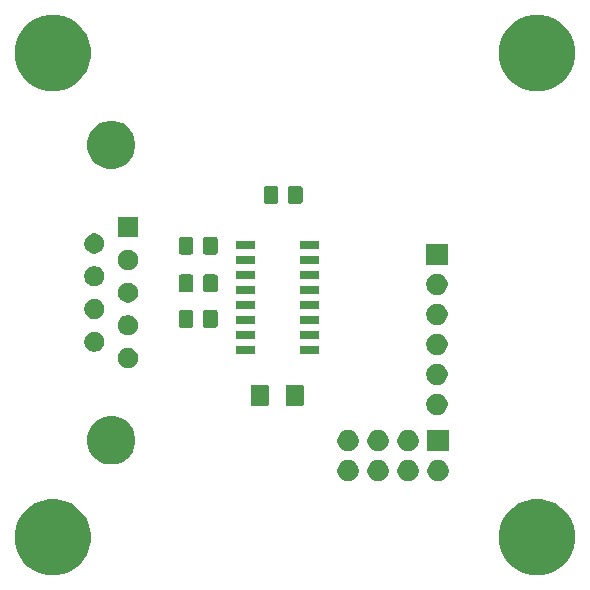
<source format=gbr>
G04 #@! TF.GenerationSoftware,KiCad,Pcbnew,(5.1.5)-3*
G04 #@! TF.CreationDate,2020-04-19T11:52:18-04:00*
G04 #@! TF.ProjectId,RS232_TTL_Male,52533233-325f-4545-944c-5f4d616c652e,1*
G04 #@! TF.SameCoordinates,Original*
G04 #@! TF.FileFunction,Soldermask,Top*
G04 #@! TF.FilePolarity,Negative*
%FSLAX46Y46*%
G04 Gerber Fmt 4.6, Leading zero omitted, Abs format (unit mm)*
G04 Created by KiCad (PCBNEW (5.1.5)-3) date 2020-04-19 11:52:18*
%MOMM*%
%LPD*%
G04 APERTURE LIST*
%ADD10C,0.100000*%
G04 APERTURE END LIST*
D10*
G36*
X191940988Y-104897973D02*
G01*
X192528082Y-105141155D01*
X192528084Y-105141156D01*
X193056455Y-105494202D01*
X193505798Y-105943545D01*
X193858844Y-106471916D01*
X193858845Y-106471918D01*
X194102027Y-107059012D01*
X194226000Y-107682265D01*
X194226000Y-108317735D01*
X194102027Y-108940988D01*
X193858845Y-109528082D01*
X193858844Y-109528084D01*
X193505798Y-110056455D01*
X193056455Y-110505798D01*
X192528084Y-110858844D01*
X192528083Y-110858845D01*
X192528082Y-110858845D01*
X191940988Y-111102027D01*
X191317735Y-111226000D01*
X190682265Y-111226000D01*
X190059012Y-111102027D01*
X189471918Y-110858845D01*
X189471917Y-110858845D01*
X189471916Y-110858844D01*
X188943545Y-110505798D01*
X188494202Y-110056455D01*
X188141156Y-109528084D01*
X188141155Y-109528082D01*
X187897973Y-108940988D01*
X187774000Y-108317735D01*
X187774000Y-107682265D01*
X187897973Y-107059012D01*
X188141155Y-106471918D01*
X188141156Y-106471916D01*
X188494202Y-105943545D01*
X188943545Y-105494202D01*
X189471916Y-105141156D01*
X189471918Y-105141155D01*
X190059012Y-104897973D01*
X190682265Y-104774000D01*
X191317735Y-104774000D01*
X191940988Y-104897973D01*
G37*
G36*
X150940988Y-104897973D02*
G01*
X151528082Y-105141155D01*
X151528084Y-105141156D01*
X152056455Y-105494202D01*
X152505798Y-105943545D01*
X152858844Y-106471916D01*
X152858845Y-106471918D01*
X153102027Y-107059012D01*
X153226000Y-107682265D01*
X153226000Y-108317735D01*
X153102027Y-108940988D01*
X152858845Y-109528082D01*
X152858844Y-109528084D01*
X152505798Y-110056455D01*
X152056455Y-110505798D01*
X151528084Y-110858844D01*
X151528083Y-110858845D01*
X151528082Y-110858845D01*
X150940988Y-111102027D01*
X150317735Y-111226000D01*
X149682265Y-111226000D01*
X149059012Y-111102027D01*
X148471918Y-110858845D01*
X148471917Y-110858845D01*
X148471916Y-110858844D01*
X147943545Y-110505798D01*
X147494202Y-110056455D01*
X147141156Y-109528084D01*
X147141155Y-109528082D01*
X146897973Y-108940988D01*
X146774000Y-108317735D01*
X146774000Y-107682265D01*
X146897973Y-107059012D01*
X147141155Y-106471918D01*
X147141156Y-106471916D01*
X147494202Y-105943545D01*
X147943545Y-105494202D01*
X148471916Y-105141156D01*
X148471918Y-105141155D01*
X149059012Y-104897973D01*
X149682265Y-104774000D01*
X150317735Y-104774000D01*
X150940988Y-104897973D01*
G37*
G36*
X177659512Y-101465927D02*
G01*
X177808812Y-101495624D01*
X177972784Y-101563544D01*
X178120354Y-101662147D01*
X178245853Y-101787646D01*
X178344456Y-101935216D01*
X178412376Y-102099188D01*
X178447000Y-102273259D01*
X178447000Y-102450741D01*
X178412376Y-102624812D01*
X178344456Y-102788784D01*
X178245853Y-102936354D01*
X178120354Y-103061853D01*
X177972784Y-103160456D01*
X177808812Y-103228376D01*
X177659512Y-103258073D01*
X177634742Y-103263000D01*
X177457258Y-103263000D01*
X177432488Y-103258073D01*
X177283188Y-103228376D01*
X177119216Y-103160456D01*
X176971646Y-103061853D01*
X176846147Y-102936354D01*
X176747544Y-102788784D01*
X176679624Y-102624812D01*
X176645000Y-102450741D01*
X176645000Y-102273259D01*
X176679624Y-102099188D01*
X176747544Y-101935216D01*
X176846147Y-101787646D01*
X176971646Y-101662147D01*
X177119216Y-101563544D01*
X177283188Y-101495624D01*
X177432488Y-101465927D01*
X177457258Y-101461000D01*
X177634742Y-101461000D01*
X177659512Y-101465927D01*
G37*
G36*
X180199512Y-101465927D02*
G01*
X180348812Y-101495624D01*
X180512784Y-101563544D01*
X180660354Y-101662147D01*
X180785853Y-101787646D01*
X180884456Y-101935216D01*
X180952376Y-102099188D01*
X180987000Y-102273259D01*
X180987000Y-102450741D01*
X180952376Y-102624812D01*
X180884456Y-102788784D01*
X180785853Y-102936354D01*
X180660354Y-103061853D01*
X180512784Y-103160456D01*
X180348812Y-103228376D01*
X180199512Y-103258073D01*
X180174742Y-103263000D01*
X179997258Y-103263000D01*
X179972488Y-103258073D01*
X179823188Y-103228376D01*
X179659216Y-103160456D01*
X179511646Y-103061853D01*
X179386147Y-102936354D01*
X179287544Y-102788784D01*
X179219624Y-102624812D01*
X179185000Y-102450741D01*
X179185000Y-102273259D01*
X179219624Y-102099188D01*
X179287544Y-101935216D01*
X179386147Y-101787646D01*
X179511646Y-101662147D01*
X179659216Y-101563544D01*
X179823188Y-101495624D01*
X179972488Y-101465927D01*
X179997258Y-101461000D01*
X180174742Y-101461000D01*
X180199512Y-101465927D01*
G37*
G36*
X182739512Y-101465927D02*
G01*
X182888812Y-101495624D01*
X183052784Y-101563544D01*
X183200354Y-101662147D01*
X183325853Y-101787646D01*
X183424456Y-101935216D01*
X183492376Y-102099188D01*
X183527000Y-102273259D01*
X183527000Y-102450741D01*
X183492376Y-102624812D01*
X183424456Y-102788784D01*
X183325853Y-102936354D01*
X183200354Y-103061853D01*
X183052784Y-103160456D01*
X182888812Y-103228376D01*
X182739512Y-103258073D01*
X182714742Y-103263000D01*
X182537258Y-103263000D01*
X182512488Y-103258073D01*
X182363188Y-103228376D01*
X182199216Y-103160456D01*
X182051646Y-103061853D01*
X181926147Y-102936354D01*
X181827544Y-102788784D01*
X181759624Y-102624812D01*
X181725000Y-102450741D01*
X181725000Y-102273259D01*
X181759624Y-102099188D01*
X181827544Y-101935216D01*
X181926147Y-101787646D01*
X182051646Y-101662147D01*
X182199216Y-101563544D01*
X182363188Y-101495624D01*
X182512488Y-101465927D01*
X182537258Y-101461000D01*
X182714742Y-101461000D01*
X182739512Y-101465927D01*
G37*
G36*
X175119512Y-101465927D02*
G01*
X175268812Y-101495624D01*
X175432784Y-101563544D01*
X175580354Y-101662147D01*
X175705853Y-101787646D01*
X175804456Y-101935216D01*
X175872376Y-102099188D01*
X175907000Y-102273259D01*
X175907000Y-102450741D01*
X175872376Y-102624812D01*
X175804456Y-102788784D01*
X175705853Y-102936354D01*
X175580354Y-103061853D01*
X175432784Y-103160456D01*
X175268812Y-103228376D01*
X175119512Y-103258073D01*
X175094742Y-103263000D01*
X174917258Y-103263000D01*
X174892488Y-103258073D01*
X174743188Y-103228376D01*
X174579216Y-103160456D01*
X174431646Y-103061853D01*
X174306147Y-102936354D01*
X174207544Y-102788784D01*
X174139624Y-102624812D01*
X174105000Y-102450741D01*
X174105000Y-102273259D01*
X174139624Y-102099188D01*
X174207544Y-101935216D01*
X174306147Y-101787646D01*
X174431646Y-101662147D01*
X174579216Y-101563544D01*
X174743188Y-101495624D01*
X174892488Y-101465927D01*
X174917258Y-101461000D01*
X175094742Y-101461000D01*
X175119512Y-101465927D01*
G37*
G36*
X155541454Y-97812518D02*
G01*
X155914711Y-97967126D01*
X155914713Y-97967127D01*
X156250636Y-98191584D01*
X156536316Y-98477264D01*
X156760774Y-98813189D01*
X156915382Y-99186446D01*
X156994200Y-99582693D01*
X156994200Y-99986707D01*
X156915382Y-100382954D01*
X156788872Y-100688376D01*
X156760773Y-100756213D01*
X156536316Y-101092136D01*
X156250636Y-101377816D01*
X155914713Y-101602273D01*
X155914712Y-101602274D01*
X155914711Y-101602274D01*
X155541454Y-101756882D01*
X155145207Y-101835700D01*
X154741193Y-101835700D01*
X154344946Y-101756882D01*
X153971689Y-101602274D01*
X153971688Y-101602274D01*
X153971687Y-101602273D01*
X153635764Y-101377816D01*
X153350084Y-101092136D01*
X153125627Y-100756213D01*
X153097528Y-100688376D01*
X152971018Y-100382954D01*
X152892200Y-99986707D01*
X152892200Y-99582693D01*
X152971018Y-99186446D01*
X153125626Y-98813189D01*
X153350084Y-98477264D01*
X153635764Y-98191584D01*
X153971687Y-97967127D01*
X153971689Y-97967126D01*
X154344946Y-97812518D01*
X154741193Y-97733700D01*
X155145207Y-97733700D01*
X155541454Y-97812518D01*
G37*
G36*
X177659512Y-98925927D02*
G01*
X177808812Y-98955624D01*
X177972784Y-99023544D01*
X178120354Y-99122147D01*
X178245853Y-99247646D01*
X178344456Y-99395216D01*
X178412376Y-99559188D01*
X178447000Y-99733259D01*
X178447000Y-99910741D01*
X178412376Y-100084812D01*
X178344456Y-100248784D01*
X178245853Y-100396354D01*
X178120354Y-100521853D01*
X177972784Y-100620456D01*
X177808812Y-100688376D01*
X177659512Y-100718073D01*
X177634742Y-100723000D01*
X177457258Y-100723000D01*
X177432488Y-100718073D01*
X177283188Y-100688376D01*
X177119216Y-100620456D01*
X176971646Y-100521853D01*
X176846147Y-100396354D01*
X176747544Y-100248784D01*
X176679624Y-100084812D01*
X176645000Y-99910741D01*
X176645000Y-99733259D01*
X176679624Y-99559188D01*
X176747544Y-99395216D01*
X176846147Y-99247646D01*
X176971646Y-99122147D01*
X177119216Y-99023544D01*
X177283188Y-98955624D01*
X177432488Y-98925927D01*
X177457258Y-98921000D01*
X177634742Y-98921000D01*
X177659512Y-98925927D01*
G37*
G36*
X175119512Y-98925927D02*
G01*
X175268812Y-98955624D01*
X175432784Y-99023544D01*
X175580354Y-99122147D01*
X175705853Y-99247646D01*
X175804456Y-99395216D01*
X175872376Y-99559188D01*
X175907000Y-99733259D01*
X175907000Y-99910741D01*
X175872376Y-100084812D01*
X175804456Y-100248784D01*
X175705853Y-100396354D01*
X175580354Y-100521853D01*
X175432784Y-100620456D01*
X175268812Y-100688376D01*
X175119512Y-100718073D01*
X175094742Y-100723000D01*
X174917258Y-100723000D01*
X174892488Y-100718073D01*
X174743188Y-100688376D01*
X174579216Y-100620456D01*
X174431646Y-100521853D01*
X174306147Y-100396354D01*
X174207544Y-100248784D01*
X174139624Y-100084812D01*
X174105000Y-99910741D01*
X174105000Y-99733259D01*
X174139624Y-99559188D01*
X174207544Y-99395216D01*
X174306147Y-99247646D01*
X174431646Y-99122147D01*
X174579216Y-99023544D01*
X174743188Y-98955624D01*
X174892488Y-98925927D01*
X174917258Y-98921000D01*
X175094742Y-98921000D01*
X175119512Y-98925927D01*
G37*
G36*
X180199512Y-98925927D02*
G01*
X180348812Y-98955624D01*
X180512784Y-99023544D01*
X180660354Y-99122147D01*
X180785853Y-99247646D01*
X180884456Y-99395216D01*
X180952376Y-99559188D01*
X180987000Y-99733259D01*
X180987000Y-99910741D01*
X180952376Y-100084812D01*
X180884456Y-100248784D01*
X180785853Y-100396354D01*
X180660354Y-100521853D01*
X180512784Y-100620456D01*
X180348812Y-100688376D01*
X180199512Y-100718073D01*
X180174742Y-100723000D01*
X179997258Y-100723000D01*
X179972488Y-100718073D01*
X179823188Y-100688376D01*
X179659216Y-100620456D01*
X179511646Y-100521853D01*
X179386147Y-100396354D01*
X179287544Y-100248784D01*
X179219624Y-100084812D01*
X179185000Y-99910741D01*
X179185000Y-99733259D01*
X179219624Y-99559188D01*
X179287544Y-99395216D01*
X179386147Y-99247646D01*
X179511646Y-99122147D01*
X179659216Y-99023544D01*
X179823188Y-98955624D01*
X179972488Y-98925927D01*
X179997258Y-98921000D01*
X180174742Y-98921000D01*
X180199512Y-98925927D01*
G37*
G36*
X183527000Y-100723000D02*
G01*
X181725000Y-100723000D01*
X181725000Y-98921000D01*
X183527000Y-98921000D01*
X183527000Y-100723000D01*
G37*
G36*
X182638712Y-95847327D02*
G01*
X182788012Y-95877024D01*
X182951984Y-95944944D01*
X183099554Y-96043547D01*
X183225053Y-96169046D01*
X183323656Y-96316616D01*
X183391576Y-96480588D01*
X183426200Y-96654659D01*
X183426200Y-96832141D01*
X183391576Y-97006212D01*
X183323656Y-97170184D01*
X183225053Y-97317754D01*
X183099554Y-97443253D01*
X182951984Y-97541856D01*
X182788012Y-97609776D01*
X182638712Y-97639473D01*
X182613942Y-97644400D01*
X182436458Y-97644400D01*
X182411688Y-97639473D01*
X182262388Y-97609776D01*
X182098416Y-97541856D01*
X181950846Y-97443253D01*
X181825347Y-97317754D01*
X181726744Y-97170184D01*
X181658824Y-97006212D01*
X181624200Y-96832141D01*
X181624200Y-96654659D01*
X181658824Y-96480588D01*
X181726744Y-96316616D01*
X181825347Y-96169046D01*
X181950846Y-96043547D01*
X182098416Y-95944944D01*
X182262388Y-95877024D01*
X182411688Y-95847327D01*
X182436458Y-95842400D01*
X182613942Y-95842400D01*
X182638712Y-95847327D01*
G37*
G36*
X171100562Y-95078181D02*
G01*
X171135481Y-95088774D01*
X171167663Y-95105976D01*
X171195873Y-95129127D01*
X171219024Y-95157337D01*
X171236226Y-95189519D01*
X171246819Y-95224438D01*
X171251000Y-95266895D01*
X171251000Y-96733105D01*
X171246819Y-96775562D01*
X171236226Y-96810481D01*
X171219024Y-96842663D01*
X171195873Y-96870873D01*
X171167663Y-96894024D01*
X171135481Y-96911226D01*
X171100562Y-96921819D01*
X171058105Y-96926000D01*
X169916895Y-96926000D01*
X169874438Y-96921819D01*
X169839519Y-96911226D01*
X169807337Y-96894024D01*
X169779127Y-96870873D01*
X169755976Y-96842663D01*
X169738774Y-96810481D01*
X169728181Y-96775562D01*
X169724000Y-96733105D01*
X169724000Y-95266895D01*
X169728181Y-95224438D01*
X169738774Y-95189519D01*
X169755976Y-95157337D01*
X169779127Y-95129127D01*
X169807337Y-95105976D01*
X169839519Y-95088774D01*
X169874438Y-95078181D01*
X169916895Y-95074000D01*
X171058105Y-95074000D01*
X171100562Y-95078181D01*
G37*
G36*
X168125562Y-95078181D02*
G01*
X168160481Y-95088774D01*
X168192663Y-95105976D01*
X168220873Y-95129127D01*
X168244024Y-95157337D01*
X168261226Y-95189519D01*
X168271819Y-95224438D01*
X168276000Y-95266895D01*
X168276000Y-96733105D01*
X168271819Y-96775562D01*
X168261226Y-96810481D01*
X168244024Y-96842663D01*
X168220873Y-96870873D01*
X168192663Y-96894024D01*
X168160481Y-96911226D01*
X168125562Y-96921819D01*
X168083105Y-96926000D01*
X166941895Y-96926000D01*
X166899438Y-96921819D01*
X166864519Y-96911226D01*
X166832337Y-96894024D01*
X166804127Y-96870873D01*
X166780976Y-96842663D01*
X166763774Y-96810481D01*
X166753181Y-96775562D01*
X166749000Y-96733105D01*
X166749000Y-95266895D01*
X166753181Y-95224438D01*
X166763774Y-95189519D01*
X166780976Y-95157337D01*
X166804127Y-95129127D01*
X166832337Y-95105976D01*
X166864519Y-95088774D01*
X166899438Y-95078181D01*
X166941895Y-95074000D01*
X168083105Y-95074000D01*
X168125562Y-95078181D01*
G37*
G36*
X182638712Y-93307327D02*
G01*
X182788012Y-93337024D01*
X182951984Y-93404944D01*
X183099554Y-93503547D01*
X183225053Y-93629046D01*
X183323656Y-93776616D01*
X183391576Y-93940588D01*
X183426200Y-94114659D01*
X183426200Y-94292141D01*
X183391576Y-94466212D01*
X183323656Y-94630184D01*
X183225053Y-94777754D01*
X183099554Y-94903253D01*
X182951984Y-95001856D01*
X182788012Y-95069776D01*
X182638712Y-95099473D01*
X182613942Y-95104400D01*
X182436458Y-95104400D01*
X182411688Y-95099473D01*
X182262388Y-95069776D01*
X182098416Y-95001856D01*
X181950846Y-94903253D01*
X181825347Y-94777754D01*
X181726744Y-94630184D01*
X181658824Y-94466212D01*
X181624200Y-94292141D01*
X181624200Y-94114659D01*
X181658824Y-93940588D01*
X181726744Y-93776616D01*
X181825347Y-93629046D01*
X181950846Y-93503547D01*
X182098416Y-93404944D01*
X182262388Y-93337024D01*
X182411688Y-93307327D01*
X182436458Y-93302400D01*
X182613942Y-93302400D01*
X182638712Y-93307327D01*
G37*
G36*
X156611428Y-92006403D02*
G01*
X156766300Y-92070553D01*
X156905681Y-92163685D01*
X157024215Y-92282219D01*
X157117347Y-92421600D01*
X157181497Y-92576472D01*
X157214200Y-92740884D01*
X157214200Y-92908516D01*
X157181497Y-93072928D01*
X157117347Y-93227800D01*
X157024215Y-93367181D01*
X156905681Y-93485715D01*
X156766300Y-93578847D01*
X156611428Y-93642997D01*
X156447016Y-93675700D01*
X156279384Y-93675700D01*
X156114972Y-93642997D01*
X155960100Y-93578847D01*
X155820719Y-93485715D01*
X155702185Y-93367181D01*
X155609053Y-93227800D01*
X155544903Y-93072928D01*
X155512200Y-92908516D01*
X155512200Y-92740884D01*
X155544903Y-92576472D01*
X155609053Y-92421600D01*
X155702185Y-92282219D01*
X155820719Y-92163685D01*
X155960100Y-92070553D01*
X156114972Y-92006403D01*
X156279384Y-91973700D01*
X156447016Y-91973700D01*
X156611428Y-92006403D01*
G37*
G36*
X182638712Y-90767327D02*
G01*
X182788012Y-90797024D01*
X182951984Y-90864944D01*
X183099554Y-90963547D01*
X183225053Y-91089046D01*
X183323656Y-91236616D01*
X183391576Y-91400588D01*
X183426200Y-91574659D01*
X183426200Y-91752141D01*
X183391576Y-91926212D01*
X183323656Y-92090184D01*
X183225053Y-92237754D01*
X183099554Y-92363253D01*
X182951984Y-92461856D01*
X182788012Y-92529776D01*
X182638712Y-92559473D01*
X182613942Y-92564400D01*
X182436458Y-92564400D01*
X182411688Y-92559473D01*
X182262388Y-92529776D01*
X182098416Y-92461856D01*
X181950846Y-92363253D01*
X181825347Y-92237754D01*
X181726744Y-92090184D01*
X181658824Y-91926212D01*
X181624200Y-91752141D01*
X181624200Y-91574659D01*
X181658824Y-91400588D01*
X181726744Y-91236616D01*
X181825347Y-91089046D01*
X181950846Y-90963547D01*
X182098416Y-90864944D01*
X182262388Y-90797024D01*
X182411688Y-90767327D01*
X182436458Y-90762400D01*
X182613942Y-90762400D01*
X182638712Y-90767327D01*
G37*
G36*
X172513400Y-92471600D02*
G01*
X170911400Y-92471600D01*
X170911400Y-91769600D01*
X172513400Y-91769600D01*
X172513400Y-92471600D01*
G37*
G36*
X167113400Y-92471600D02*
G01*
X165511400Y-92471600D01*
X165511400Y-91769600D01*
X167113400Y-91769600D01*
X167113400Y-92471600D01*
G37*
G36*
X153771428Y-90621403D02*
G01*
X153926300Y-90685553D01*
X154065681Y-90778685D01*
X154184215Y-90897219D01*
X154277347Y-91036600D01*
X154341497Y-91191472D01*
X154374200Y-91355884D01*
X154374200Y-91523516D01*
X154341497Y-91687928D01*
X154277347Y-91842800D01*
X154184215Y-91982181D01*
X154065681Y-92100715D01*
X153926300Y-92193847D01*
X153771428Y-92257997D01*
X153607016Y-92290700D01*
X153439384Y-92290700D01*
X153274972Y-92257997D01*
X153120100Y-92193847D01*
X152980719Y-92100715D01*
X152862185Y-91982181D01*
X152769053Y-91842800D01*
X152704903Y-91687928D01*
X152672200Y-91523516D01*
X152672200Y-91355884D01*
X152704903Y-91191472D01*
X152769053Y-91036600D01*
X152862185Y-90897219D01*
X152980719Y-90778685D01*
X153120100Y-90685553D01*
X153274972Y-90621403D01*
X153439384Y-90588700D01*
X153607016Y-90588700D01*
X153771428Y-90621403D01*
G37*
G36*
X172513400Y-91201600D02*
G01*
X170911400Y-91201600D01*
X170911400Y-90499600D01*
X172513400Y-90499600D01*
X172513400Y-91201600D01*
G37*
G36*
X167113400Y-91201600D02*
G01*
X165511400Y-91201600D01*
X165511400Y-90499600D01*
X167113400Y-90499600D01*
X167113400Y-91201600D01*
G37*
G36*
X156611428Y-89236403D02*
G01*
X156766300Y-89300553D01*
X156905681Y-89393685D01*
X157024215Y-89512219D01*
X157117347Y-89651600D01*
X157181497Y-89806472D01*
X157214200Y-89970884D01*
X157214200Y-90138516D01*
X157181497Y-90302928D01*
X157117347Y-90457800D01*
X157024215Y-90597181D01*
X156905681Y-90715715D01*
X156766300Y-90808847D01*
X156611428Y-90872997D01*
X156447016Y-90905700D01*
X156279384Y-90905700D01*
X156114972Y-90872997D01*
X155960100Y-90808847D01*
X155820719Y-90715715D01*
X155702185Y-90597181D01*
X155609053Y-90457800D01*
X155544903Y-90302928D01*
X155512200Y-90138516D01*
X155512200Y-89970884D01*
X155544903Y-89806472D01*
X155609053Y-89651600D01*
X155702185Y-89512219D01*
X155820719Y-89393685D01*
X155960100Y-89300553D01*
X156114972Y-89236403D01*
X156279384Y-89203700D01*
X156447016Y-89203700D01*
X156611428Y-89236403D01*
G37*
G36*
X163794674Y-88753465D02*
G01*
X163832367Y-88764899D01*
X163867103Y-88783466D01*
X163897548Y-88808452D01*
X163922534Y-88838897D01*
X163941101Y-88873633D01*
X163952535Y-88911326D01*
X163957000Y-88956661D01*
X163957000Y-90043339D01*
X163952535Y-90088674D01*
X163941101Y-90126367D01*
X163922534Y-90161103D01*
X163897548Y-90191548D01*
X163867103Y-90216534D01*
X163832367Y-90235101D01*
X163794674Y-90246535D01*
X163749339Y-90251000D01*
X162912661Y-90251000D01*
X162867326Y-90246535D01*
X162829633Y-90235101D01*
X162794897Y-90216534D01*
X162764452Y-90191548D01*
X162739466Y-90161103D01*
X162720899Y-90126367D01*
X162709465Y-90088674D01*
X162705000Y-90043339D01*
X162705000Y-88956661D01*
X162709465Y-88911326D01*
X162720899Y-88873633D01*
X162739466Y-88838897D01*
X162764452Y-88808452D01*
X162794897Y-88783466D01*
X162829633Y-88764899D01*
X162867326Y-88753465D01*
X162912661Y-88749000D01*
X163749339Y-88749000D01*
X163794674Y-88753465D01*
G37*
G36*
X161744674Y-88753465D02*
G01*
X161782367Y-88764899D01*
X161817103Y-88783466D01*
X161847548Y-88808452D01*
X161872534Y-88838897D01*
X161891101Y-88873633D01*
X161902535Y-88911326D01*
X161907000Y-88956661D01*
X161907000Y-90043339D01*
X161902535Y-90088674D01*
X161891101Y-90126367D01*
X161872534Y-90161103D01*
X161847548Y-90191548D01*
X161817103Y-90216534D01*
X161782367Y-90235101D01*
X161744674Y-90246535D01*
X161699339Y-90251000D01*
X160862661Y-90251000D01*
X160817326Y-90246535D01*
X160779633Y-90235101D01*
X160744897Y-90216534D01*
X160714452Y-90191548D01*
X160689466Y-90161103D01*
X160670899Y-90126367D01*
X160659465Y-90088674D01*
X160655000Y-90043339D01*
X160655000Y-88956661D01*
X160659465Y-88911326D01*
X160670899Y-88873633D01*
X160689466Y-88838897D01*
X160714452Y-88808452D01*
X160744897Y-88783466D01*
X160779633Y-88764899D01*
X160817326Y-88753465D01*
X160862661Y-88749000D01*
X161699339Y-88749000D01*
X161744674Y-88753465D01*
G37*
G36*
X182638712Y-88227327D02*
G01*
X182788012Y-88257024D01*
X182951984Y-88324944D01*
X183099554Y-88423547D01*
X183225053Y-88549046D01*
X183323656Y-88696616D01*
X183391576Y-88860588D01*
X183426200Y-89034659D01*
X183426200Y-89212141D01*
X183391576Y-89386212D01*
X183323656Y-89550184D01*
X183225053Y-89697754D01*
X183099554Y-89823253D01*
X182951984Y-89921856D01*
X182788012Y-89989776D01*
X182638712Y-90019473D01*
X182613942Y-90024400D01*
X182436458Y-90024400D01*
X182411688Y-90019473D01*
X182262388Y-89989776D01*
X182098416Y-89921856D01*
X181950846Y-89823253D01*
X181825347Y-89697754D01*
X181726744Y-89550184D01*
X181658824Y-89386212D01*
X181624200Y-89212141D01*
X181624200Y-89034659D01*
X181658824Y-88860588D01*
X181726744Y-88696616D01*
X181825347Y-88549046D01*
X181950846Y-88423547D01*
X182098416Y-88324944D01*
X182262388Y-88257024D01*
X182411688Y-88227327D01*
X182436458Y-88222400D01*
X182613942Y-88222400D01*
X182638712Y-88227327D01*
G37*
G36*
X167113400Y-89931600D02*
G01*
X165511400Y-89931600D01*
X165511400Y-89229600D01*
X167113400Y-89229600D01*
X167113400Y-89931600D01*
G37*
G36*
X172513400Y-89931600D02*
G01*
X170911400Y-89931600D01*
X170911400Y-89229600D01*
X172513400Y-89229600D01*
X172513400Y-89931600D01*
G37*
G36*
X153771428Y-87851403D02*
G01*
X153926300Y-87915553D01*
X154065681Y-88008685D01*
X154184215Y-88127219D01*
X154277347Y-88266600D01*
X154341497Y-88421472D01*
X154374200Y-88585884D01*
X154374200Y-88753516D01*
X154341497Y-88917928D01*
X154277347Y-89072800D01*
X154184215Y-89212181D01*
X154065681Y-89330715D01*
X153926300Y-89423847D01*
X153771428Y-89487997D01*
X153607016Y-89520700D01*
X153439384Y-89520700D01*
X153274972Y-89487997D01*
X153120100Y-89423847D01*
X152980719Y-89330715D01*
X152862185Y-89212181D01*
X152769053Y-89072800D01*
X152704903Y-88917928D01*
X152672200Y-88753516D01*
X152672200Y-88585884D01*
X152704903Y-88421472D01*
X152769053Y-88266600D01*
X152862185Y-88127219D01*
X152980719Y-88008685D01*
X153120100Y-87915553D01*
X153274972Y-87851403D01*
X153439384Y-87818700D01*
X153607016Y-87818700D01*
X153771428Y-87851403D01*
G37*
G36*
X167113400Y-88661600D02*
G01*
X165511400Y-88661600D01*
X165511400Y-87959600D01*
X167113400Y-87959600D01*
X167113400Y-88661600D01*
G37*
G36*
X172513400Y-88661600D02*
G01*
X170911400Y-88661600D01*
X170911400Y-87959600D01*
X172513400Y-87959600D01*
X172513400Y-88661600D01*
G37*
G36*
X156611428Y-86466403D02*
G01*
X156766300Y-86530553D01*
X156905681Y-86623685D01*
X157024215Y-86742219D01*
X157117347Y-86881600D01*
X157181497Y-87036472D01*
X157214200Y-87200884D01*
X157214200Y-87368516D01*
X157181497Y-87532928D01*
X157117347Y-87687800D01*
X157024215Y-87827181D01*
X156905681Y-87945715D01*
X156766300Y-88038847D01*
X156611428Y-88102997D01*
X156447016Y-88135700D01*
X156279384Y-88135700D01*
X156114972Y-88102997D01*
X155960100Y-88038847D01*
X155820719Y-87945715D01*
X155702185Y-87827181D01*
X155609053Y-87687800D01*
X155544903Y-87532928D01*
X155512200Y-87368516D01*
X155512200Y-87200884D01*
X155544903Y-87036472D01*
X155609053Y-86881600D01*
X155702185Y-86742219D01*
X155820719Y-86623685D01*
X155960100Y-86530553D01*
X156114972Y-86466403D01*
X156279384Y-86433700D01*
X156447016Y-86433700D01*
X156611428Y-86466403D01*
G37*
G36*
X182638712Y-85687327D02*
G01*
X182788012Y-85717024D01*
X182951984Y-85784944D01*
X183099554Y-85883547D01*
X183225053Y-86009046D01*
X183323656Y-86156616D01*
X183391576Y-86320588D01*
X183426200Y-86494659D01*
X183426200Y-86672141D01*
X183391576Y-86846212D01*
X183323656Y-87010184D01*
X183225053Y-87157754D01*
X183099554Y-87283253D01*
X182951984Y-87381856D01*
X182788012Y-87449776D01*
X182638712Y-87479473D01*
X182613942Y-87484400D01*
X182436458Y-87484400D01*
X182411688Y-87479473D01*
X182262388Y-87449776D01*
X182098416Y-87381856D01*
X181950846Y-87283253D01*
X181825347Y-87157754D01*
X181726744Y-87010184D01*
X181658824Y-86846212D01*
X181624200Y-86672141D01*
X181624200Y-86494659D01*
X181658824Y-86320588D01*
X181726744Y-86156616D01*
X181825347Y-86009046D01*
X181950846Y-85883547D01*
X182098416Y-85784944D01*
X182262388Y-85717024D01*
X182411688Y-85687327D01*
X182436458Y-85682400D01*
X182613942Y-85682400D01*
X182638712Y-85687327D01*
G37*
G36*
X172513400Y-87391600D02*
G01*
X170911400Y-87391600D01*
X170911400Y-86689600D01*
X172513400Y-86689600D01*
X172513400Y-87391600D01*
G37*
G36*
X167113400Y-87391600D02*
G01*
X165511400Y-87391600D01*
X165511400Y-86689600D01*
X167113400Y-86689600D01*
X167113400Y-87391600D01*
G37*
G36*
X163794674Y-85753465D02*
G01*
X163832367Y-85764899D01*
X163867103Y-85783466D01*
X163897548Y-85808452D01*
X163922534Y-85838897D01*
X163941101Y-85873633D01*
X163952535Y-85911326D01*
X163957000Y-85956661D01*
X163957000Y-87043339D01*
X163952535Y-87088674D01*
X163941101Y-87126367D01*
X163922534Y-87161103D01*
X163897548Y-87191548D01*
X163867103Y-87216534D01*
X163832367Y-87235101D01*
X163794674Y-87246535D01*
X163749339Y-87251000D01*
X162912661Y-87251000D01*
X162867326Y-87246535D01*
X162829633Y-87235101D01*
X162794897Y-87216534D01*
X162764452Y-87191548D01*
X162739466Y-87161103D01*
X162720899Y-87126367D01*
X162709465Y-87088674D01*
X162705000Y-87043339D01*
X162705000Y-85956661D01*
X162709465Y-85911326D01*
X162720899Y-85873633D01*
X162739466Y-85838897D01*
X162764452Y-85808452D01*
X162794897Y-85783466D01*
X162829633Y-85764899D01*
X162867326Y-85753465D01*
X162912661Y-85749000D01*
X163749339Y-85749000D01*
X163794674Y-85753465D01*
G37*
G36*
X161744674Y-85753465D02*
G01*
X161782367Y-85764899D01*
X161817103Y-85783466D01*
X161847548Y-85808452D01*
X161872534Y-85838897D01*
X161891101Y-85873633D01*
X161902535Y-85911326D01*
X161907000Y-85956661D01*
X161907000Y-87043339D01*
X161902535Y-87088674D01*
X161891101Y-87126367D01*
X161872534Y-87161103D01*
X161847548Y-87191548D01*
X161817103Y-87216534D01*
X161782367Y-87235101D01*
X161744674Y-87246535D01*
X161699339Y-87251000D01*
X160862661Y-87251000D01*
X160817326Y-87246535D01*
X160779633Y-87235101D01*
X160744897Y-87216534D01*
X160714452Y-87191548D01*
X160689466Y-87161103D01*
X160670899Y-87126367D01*
X160659465Y-87088674D01*
X160655000Y-87043339D01*
X160655000Y-85956661D01*
X160659465Y-85911326D01*
X160670899Y-85873633D01*
X160689466Y-85838897D01*
X160714452Y-85808452D01*
X160744897Y-85783466D01*
X160779633Y-85764899D01*
X160817326Y-85753465D01*
X160862661Y-85749000D01*
X161699339Y-85749000D01*
X161744674Y-85753465D01*
G37*
G36*
X153771428Y-85081403D02*
G01*
X153926300Y-85145553D01*
X154065681Y-85238685D01*
X154184215Y-85357219D01*
X154277347Y-85496600D01*
X154341497Y-85651472D01*
X154374200Y-85815884D01*
X154374200Y-85983516D01*
X154341497Y-86147928D01*
X154277347Y-86302800D01*
X154184215Y-86442181D01*
X154065681Y-86560715D01*
X153926300Y-86653847D01*
X153771428Y-86717997D01*
X153607016Y-86750700D01*
X153439384Y-86750700D01*
X153274972Y-86717997D01*
X153120100Y-86653847D01*
X152980719Y-86560715D01*
X152862185Y-86442181D01*
X152769053Y-86302800D01*
X152704903Y-86147928D01*
X152672200Y-85983516D01*
X152672200Y-85815884D01*
X152704903Y-85651472D01*
X152769053Y-85496600D01*
X152862185Y-85357219D01*
X152980719Y-85238685D01*
X153120100Y-85145553D01*
X153274972Y-85081403D01*
X153439384Y-85048700D01*
X153607016Y-85048700D01*
X153771428Y-85081403D01*
G37*
G36*
X172513400Y-86121600D02*
G01*
X170911400Y-86121600D01*
X170911400Y-85419600D01*
X172513400Y-85419600D01*
X172513400Y-86121600D01*
G37*
G36*
X167113400Y-86121600D02*
G01*
X165511400Y-86121600D01*
X165511400Y-85419600D01*
X167113400Y-85419600D01*
X167113400Y-86121600D01*
G37*
G36*
X156611428Y-83696403D02*
G01*
X156766300Y-83760553D01*
X156905681Y-83853685D01*
X157024215Y-83972219D01*
X157117347Y-84111600D01*
X157181497Y-84266472D01*
X157214200Y-84430884D01*
X157214200Y-84598516D01*
X157181497Y-84762928D01*
X157117347Y-84917800D01*
X157024215Y-85057181D01*
X156905681Y-85175715D01*
X156766300Y-85268847D01*
X156611428Y-85332997D01*
X156447016Y-85365700D01*
X156279384Y-85365700D01*
X156114972Y-85332997D01*
X155960100Y-85268847D01*
X155820719Y-85175715D01*
X155702185Y-85057181D01*
X155609053Y-84917800D01*
X155544903Y-84762928D01*
X155512200Y-84598516D01*
X155512200Y-84430884D01*
X155544903Y-84266472D01*
X155609053Y-84111600D01*
X155702185Y-83972219D01*
X155820719Y-83853685D01*
X155960100Y-83760553D01*
X156114972Y-83696403D01*
X156279384Y-83663700D01*
X156447016Y-83663700D01*
X156611428Y-83696403D01*
G37*
G36*
X183426200Y-84944400D02*
G01*
X181624200Y-84944400D01*
X181624200Y-83142400D01*
X183426200Y-83142400D01*
X183426200Y-84944400D01*
G37*
G36*
X167113400Y-84851600D02*
G01*
X165511400Y-84851600D01*
X165511400Y-84149600D01*
X167113400Y-84149600D01*
X167113400Y-84851600D01*
G37*
G36*
X172513400Y-84851600D02*
G01*
X170911400Y-84851600D01*
X170911400Y-84149600D01*
X172513400Y-84149600D01*
X172513400Y-84851600D01*
G37*
G36*
X163794674Y-82565465D02*
G01*
X163832367Y-82576899D01*
X163867103Y-82595466D01*
X163897548Y-82620452D01*
X163922534Y-82650897D01*
X163941101Y-82685633D01*
X163952535Y-82723326D01*
X163957000Y-82768661D01*
X163957000Y-83855339D01*
X163952535Y-83900674D01*
X163941101Y-83938367D01*
X163922534Y-83973103D01*
X163897548Y-84003548D01*
X163867103Y-84028534D01*
X163832367Y-84047101D01*
X163794674Y-84058535D01*
X163749339Y-84063000D01*
X162912661Y-84063000D01*
X162867326Y-84058535D01*
X162829633Y-84047101D01*
X162794897Y-84028534D01*
X162764452Y-84003548D01*
X162739466Y-83973103D01*
X162720899Y-83938367D01*
X162709465Y-83900674D01*
X162705000Y-83855339D01*
X162705000Y-82768661D01*
X162709465Y-82723326D01*
X162720899Y-82685633D01*
X162739466Y-82650897D01*
X162764452Y-82620452D01*
X162794897Y-82595466D01*
X162829633Y-82576899D01*
X162867326Y-82565465D01*
X162912661Y-82561000D01*
X163749339Y-82561000D01*
X163794674Y-82565465D01*
G37*
G36*
X161744674Y-82565465D02*
G01*
X161782367Y-82576899D01*
X161817103Y-82595466D01*
X161847548Y-82620452D01*
X161872534Y-82650897D01*
X161891101Y-82685633D01*
X161902535Y-82723326D01*
X161907000Y-82768661D01*
X161907000Y-83855339D01*
X161902535Y-83900674D01*
X161891101Y-83938367D01*
X161872534Y-83973103D01*
X161847548Y-84003548D01*
X161817103Y-84028534D01*
X161782367Y-84047101D01*
X161744674Y-84058535D01*
X161699339Y-84063000D01*
X160862661Y-84063000D01*
X160817326Y-84058535D01*
X160779633Y-84047101D01*
X160744897Y-84028534D01*
X160714452Y-84003548D01*
X160689466Y-83973103D01*
X160670899Y-83938367D01*
X160659465Y-83900674D01*
X160655000Y-83855339D01*
X160655000Y-82768661D01*
X160659465Y-82723326D01*
X160670899Y-82685633D01*
X160689466Y-82650897D01*
X160714452Y-82620452D01*
X160744897Y-82595466D01*
X160779633Y-82576899D01*
X160817326Y-82565465D01*
X160862661Y-82561000D01*
X161699339Y-82561000D01*
X161744674Y-82565465D01*
G37*
G36*
X153771428Y-82311403D02*
G01*
X153926300Y-82375553D01*
X154065681Y-82468685D01*
X154184215Y-82587219D01*
X154277347Y-82726600D01*
X154341497Y-82881472D01*
X154374200Y-83045884D01*
X154374200Y-83213516D01*
X154341497Y-83377928D01*
X154277347Y-83532800D01*
X154184215Y-83672181D01*
X154065681Y-83790715D01*
X153926300Y-83883847D01*
X153771428Y-83947997D01*
X153607016Y-83980700D01*
X153439384Y-83980700D01*
X153274972Y-83947997D01*
X153120100Y-83883847D01*
X152980719Y-83790715D01*
X152862185Y-83672181D01*
X152769053Y-83532800D01*
X152704903Y-83377928D01*
X152672200Y-83213516D01*
X152672200Y-83045884D01*
X152704903Y-82881472D01*
X152769053Y-82726600D01*
X152862185Y-82587219D01*
X152980719Y-82468685D01*
X153120100Y-82375553D01*
X153274972Y-82311403D01*
X153439384Y-82278700D01*
X153607016Y-82278700D01*
X153771428Y-82311403D01*
G37*
G36*
X167113400Y-83581600D02*
G01*
X165511400Y-83581600D01*
X165511400Y-82879600D01*
X167113400Y-82879600D01*
X167113400Y-83581600D01*
G37*
G36*
X172513400Y-83581600D02*
G01*
X170911400Y-83581600D01*
X170911400Y-82879600D01*
X172513400Y-82879600D01*
X172513400Y-83581600D01*
G37*
G36*
X157214200Y-82595700D02*
G01*
X155512200Y-82595700D01*
X155512200Y-80893700D01*
X157214200Y-80893700D01*
X157214200Y-82595700D01*
G37*
G36*
X168938674Y-78253465D02*
G01*
X168976367Y-78264899D01*
X169011103Y-78283466D01*
X169041548Y-78308452D01*
X169066534Y-78338897D01*
X169085101Y-78373633D01*
X169096535Y-78411326D01*
X169101000Y-78456661D01*
X169101000Y-79543339D01*
X169096535Y-79588674D01*
X169085101Y-79626367D01*
X169066534Y-79661103D01*
X169041548Y-79691548D01*
X169011103Y-79716534D01*
X168976367Y-79735101D01*
X168938674Y-79746535D01*
X168893339Y-79751000D01*
X168056661Y-79751000D01*
X168011326Y-79746535D01*
X167973633Y-79735101D01*
X167938897Y-79716534D01*
X167908452Y-79691548D01*
X167883466Y-79661103D01*
X167864899Y-79626367D01*
X167853465Y-79588674D01*
X167849000Y-79543339D01*
X167849000Y-78456661D01*
X167853465Y-78411326D01*
X167864899Y-78373633D01*
X167883466Y-78338897D01*
X167908452Y-78308452D01*
X167938897Y-78283466D01*
X167973633Y-78264899D01*
X168011326Y-78253465D01*
X168056661Y-78249000D01*
X168893339Y-78249000D01*
X168938674Y-78253465D01*
G37*
G36*
X170988674Y-78253465D02*
G01*
X171026367Y-78264899D01*
X171061103Y-78283466D01*
X171091548Y-78308452D01*
X171116534Y-78338897D01*
X171135101Y-78373633D01*
X171146535Y-78411326D01*
X171151000Y-78456661D01*
X171151000Y-79543339D01*
X171146535Y-79588674D01*
X171135101Y-79626367D01*
X171116534Y-79661103D01*
X171091548Y-79691548D01*
X171061103Y-79716534D01*
X171026367Y-79735101D01*
X170988674Y-79746535D01*
X170943339Y-79751000D01*
X170106661Y-79751000D01*
X170061326Y-79746535D01*
X170023633Y-79735101D01*
X169988897Y-79716534D01*
X169958452Y-79691548D01*
X169933466Y-79661103D01*
X169914899Y-79626367D01*
X169903465Y-79588674D01*
X169899000Y-79543339D01*
X169899000Y-78456661D01*
X169903465Y-78411326D01*
X169914899Y-78373633D01*
X169933466Y-78338897D01*
X169958452Y-78308452D01*
X169988897Y-78283466D01*
X170023633Y-78264899D01*
X170061326Y-78253465D01*
X170106661Y-78249000D01*
X170943339Y-78249000D01*
X170988674Y-78253465D01*
G37*
G36*
X155541454Y-72812518D02*
G01*
X155914711Y-72967126D01*
X155914713Y-72967127D01*
X156250636Y-73191584D01*
X156536316Y-73477264D01*
X156760774Y-73813189D01*
X156915382Y-74186446D01*
X156994200Y-74582693D01*
X156994200Y-74986707D01*
X156915382Y-75382954D01*
X156760774Y-75756211D01*
X156760773Y-75756213D01*
X156536316Y-76092136D01*
X156250636Y-76377816D01*
X155914713Y-76602273D01*
X155914712Y-76602274D01*
X155914711Y-76602274D01*
X155541454Y-76756882D01*
X155145207Y-76835700D01*
X154741193Y-76835700D01*
X154344946Y-76756882D01*
X153971689Y-76602274D01*
X153971688Y-76602274D01*
X153971687Y-76602273D01*
X153635764Y-76377816D01*
X153350084Y-76092136D01*
X153125627Y-75756213D01*
X153125626Y-75756211D01*
X152971018Y-75382954D01*
X152892200Y-74986707D01*
X152892200Y-74582693D01*
X152971018Y-74186446D01*
X153125626Y-73813189D01*
X153350084Y-73477264D01*
X153635764Y-73191584D01*
X153971687Y-72967127D01*
X153971689Y-72967126D01*
X154344946Y-72812518D01*
X154741193Y-72733700D01*
X155145207Y-72733700D01*
X155541454Y-72812518D01*
G37*
G36*
X191940988Y-63897973D02*
G01*
X192528082Y-64141155D01*
X192528084Y-64141156D01*
X193056455Y-64494202D01*
X193505798Y-64943545D01*
X193858844Y-65471916D01*
X193858845Y-65471918D01*
X194102027Y-66059012D01*
X194226000Y-66682265D01*
X194226000Y-67317735D01*
X194102027Y-67940988D01*
X193858845Y-68528082D01*
X193858844Y-68528084D01*
X193505798Y-69056455D01*
X193056455Y-69505798D01*
X192528084Y-69858844D01*
X192528083Y-69858845D01*
X192528082Y-69858845D01*
X191940988Y-70102027D01*
X191317735Y-70226000D01*
X190682265Y-70226000D01*
X190059012Y-70102027D01*
X189471918Y-69858845D01*
X189471917Y-69858845D01*
X189471916Y-69858844D01*
X188943545Y-69505798D01*
X188494202Y-69056455D01*
X188141156Y-68528084D01*
X188141155Y-68528082D01*
X187897973Y-67940988D01*
X187774000Y-67317735D01*
X187774000Y-66682265D01*
X187897973Y-66059012D01*
X188141155Y-65471918D01*
X188141156Y-65471916D01*
X188494202Y-64943545D01*
X188943545Y-64494202D01*
X189471916Y-64141156D01*
X189471918Y-64141155D01*
X190059012Y-63897973D01*
X190682265Y-63774000D01*
X191317735Y-63774000D01*
X191940988Y-63897973D01*
G37*
G36*
X150940988Y-63897973D02*
G01*
X151528082Y-64141155D01*
X151528084Y-64141156D01*
X152056455Y-64494202D01*
X152505798Y-64943545D01*
X152858844Y-65471916D01*
X152858845Y-65471918D01*
X153102027Y-66059012D01*
X153226000Y-66682265D01*
X153226000Y-67317735D01*
X153102027Y-67940988D01*
X152858845Y-68528082D01*
X152858844Y-68528084D01*
X152505798Y-69056455D01*
X152056455Y-69505798D01*
X151528084Y-69858844D01*
X151528083Y-69858845D01*
X151528082Y-69858845D01*
X150940988Y-70102027D01*
X150317735Y-70226000D01*
X149682265Y-70226000D01*
X149059012Y-70102027D01*
X148471918Y-69858845D01*
X148471917Y-69858845D01*
X148471916Y-69858844D01*
X147943545Y-69505798D01*
X147494202Y-69056455D01*
X147141156Y-68528084D01*
X147141155Y-68528082D01*
X146897973Y-67940988D01*
X146774000Y-67317735D01*
X146774000Y-66682265D01*
X146897973Y-66059012D01*
X147141155Y-65471918D01*
X147141156Y-65471916D01*
X147494202Y-64943545D01*
X147943545Y-64494202D01*
X148471916Y-64141156D01*
X148471918Y-64141155D01*
X149059012Y-63897973D01*
X149682265Y-63774000D01*
X150317735Y-63774000D01*
X150940988Y-63897973D01*
G37*
M02*

</source>
